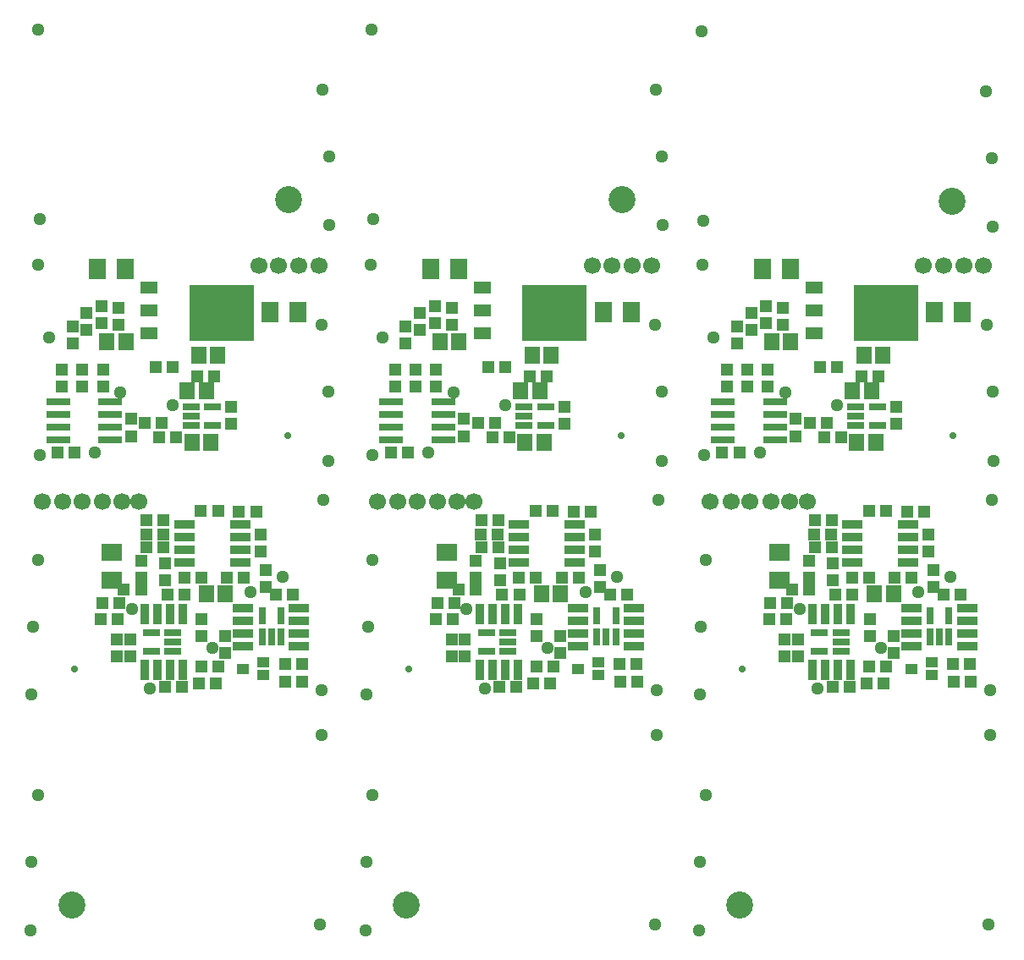
<source format=gbr>
G04 DipTrace 1.50*
%INmask.gbr*%
%MOIN*%
%ADD10C,0.0098*%
%ADD11C,0.0055*%
%ADD12C,0.003*%
%ADD13C,0.0118*%
%ADD14C,0.016*%
%ADD15C,0.0197*%
%ADD16C,0.0157*%
%ADD17C,0.008*%
%ADD18C,0.0039*%
%ADD19C,0.0591*%
%ADD20R,0.0413X0.0315*%
%ADD21R,0.0394X0.0433*%
%ADD22R,0.063X0.0709*%
%ADD23R,0.0433X0.0394*%
%ADD24R,0.0512X0.0591*%
%ADD25R,0.0748X0.0256*%
%ADD26R,0.0571X0.0197*%
%ADD27R,0.0197X0.0571*%
%ADD28R,0.0256X0.0748*%
%ADD29C,0.043*%
%ADD30C,0.0984*%
%ADD31R,0.0709X0.063*%
%ADD32C,0.0433*%
%ADD33R,0.0866X0.0236*%
%ADD34R,0.063X0.0394*%
%ADD35R,0.2441X0.2126*%
%ADD36C,0.0315*%
%ADD37C,0.015*%
%ADD38C,0.0276*%
%ADD39C,0.0787*%
%ADD40R,0.252X0.2205*%
%ADD41R,0.2362X0.2047*%
%ADD42R,0.0709X0.0472*%
%ADD43R,0.0551X0.0315*%
%ADD44R,0.0945X0.0315*%
%ADD45R,0.0787X0.0157*%
%ADD46C,0.0512*%
%ADD47C,0.0354*%
%ADD48R,0.0787X0.0709*%
%ADD49R,0.063X0.0551*%
%ADD50C,0.1063*%
%ADD51C,0.0906*%
%ADD52C,0.0509*%
%ADD53C,0.0351*%
%ADD54R,0.0335X0.0827*%
%ADD55R,0.0177X0.0669*%
%ADD56R,0.0276X0.065*%
%ADD57R,0.0118X0.0492*%
%ADD58R,0.065X0.0276*%
%ADD59R,0.0492X0.0118*%
%ADD60R,0.0827X0.0335*%
%ADD61R,0.0669X0.0177*%
%ADD62R,0.0591X0.0669*%
%ADD63R,0.0433X0.0512*%
%ADD64R,0.0512X0.0472*%
%ADD65R,0.0354X0.0315*%
%ADD66R,0.0709X0.0787*%
%ADD67R,0.0551X0.063*%
%ADD68R,0.0472X0.0512*%
%ADD69R,0.0315X0.0354*%
%ADD70R,0.0492X0.0394*%
%ADD71R,0.0335X0.0236*%
%ADD72C,0.0669*%
%ADD73C,0.0077*%
%FSLAX44Y44*%
%SFA1B1*%
%OFA0B0*%
G04*
G70*
G90*
G75*
G01*
%LNTopMask*%
%LPD*%
D72*
X5214Y21549D3*
D70*
X13925Y14705D3*
Y15217D3*
X13118Y14961D3*
D68*
X8700Y24129D3*
Y24798D3*
D66*
X8477Y30709D3*
X7374D3*
D68*
X8205Y28528D3*
Y29197D3*
D64*
X9662Y26835D3*
X10331D3*
D68*
X6946Y28311D3*
Y28981D3*
D64*
X9816Y24084D3*
X10485D3*
D68*
X12650Y25278D3*
Y24609D3*
D64*
X11296Y26484D3*
X11965D3*
X5806Y23474D3*
X6475D3*
X8425Y18091D3*
X9095D3*
X15068Y17871D3*
X14399D3*
D66*
X15272Y29000D3*
X14170D3*
D64*
X10806Y17891D3*
X10137D3*
D68*
X13802Y20255D3*
Y19586D3*
X12422Y15574D3*
Y16243D3*
X10042Y18446D3*
Y19115D3*
X9102Y18546D3*
Y19215D3*
X14002Y18186D3*
Y18855D3*
D64*
X12957Y21131D3*
X13627D3*
X12127Y21168D3*
X11457D3*
D62*
X12426Y17910D3*
X11678D3*
D64*
X10698Y14251D3*
X10029D3*
D68*
X8662Y15454D3*
Y16123D3*
D72*
X7589Y21549D3*
D38*
X6463Y14940D3*
D72*
X6776Y21549D3*
D62*
X8501Y27859D3*
X7753D3*
X11376Y27304D3*
X12124D3*
D60*
X13004Y19135D3*
Y19635D3*
Y20135D3*
Y20635D3*
X10799D3*
Y20135D3*
Y19635D3*
Y19135D3*
D58*
X10357Y15631D3*
Y16005D3*
Y16379D3*
X9511D3*
Y15631D3*
D56*
X13862Y16215D3*
X14236D3*
X14610D3*
Y17061D3*
X13862D3*
D54*
X9247Y14908D3*
X9747D3*
X10247D3*
X10747D3*
Y17113D3*
X10247D3*
X9747D3*
X9247D3*
D60*
X13119Y17346D3*
Y16846D3*
Y16346D3*
Y15846D3*
X15324D3*
Y16346D3*
Y16846D3*
Y17346D3*
D52*
X5033Y30874D3*
D50*
X6371Y5636D3*
D72*
X13737Y30831D3*
D52*
X16470Y25874D3*
X16220Y28500D3*
X5121Y32676D3*
X16519Y32440D3*
X5059Y40159D3*
D50*
X14908Y33439D3*
D52*
X16496Y35159D3*
X16246Y37786D3*
X16157Y4873D3*
X4759Y4636D3*
X16220Y12356D3*
X4782Y7356D3*
X5033Y9983D3*
D72*
X16099Y30831D3*
X15312D3*
X14525D3*
D52*
X8284Y25831D3*
X5469Y28016D3*
X7280Y23469D3*
X10332Y25339D3*
X5095Y23390D3*
X16493Y23154D3*
X4782Y13936D3*
X16282Y21623D3*
D38*
X14882Y24153D3*
D52*
X16219Y14123D3*
X4844Y16623D3*
X5032Y19248D3*
D68*
X6777Y26748D3*
Y26079D3*
X7597Y26748D3*
Y26079D3*
X5977Y26748D3*
Y26079D3*
D64*
X9246Y24654D3*
X9915D3*
D62*
X11674Y25914D3*
X10926D3*
X11096Y23864D3*
X11844D3*
D68*
X7536Y29237D3*
Y28567D3*
X6394Y28449D3*
Y27780D3*
D64*
X8246Y17531D3*
X7577D3*
D68*
X8142Y16115D3*
Y15446D3*
D64*
X15456Y14451D3*
X14787D3*
X8186Y16910D3*
X7517D3*
D68*
X11482Y16256D3*
Y16925D3*
D64*
X12146Y15031D3*
X11477D3*
X15436Y15141D3*
X14767D3*
X12477Y18551D3*
X13146D3*
X10797Y18531D3*
X11466D3*
D48*
X7942Y18449D3*
Y19552D3*
D64*
X9317Y19731D3*
X9986D3*
X9297Y20251D3*
X9966D3*
X9317Y20810D3*
X9986D3*
X12036Y14391D3*
X11367D3*
D72*
X9026Y21549D3*
D46*
X14672Y18582D3*
X13412Y17992D3*
X11922Y15791D3*
X9442Y14171D3*
X8727Y17303D3*
D72*
X8339Y21549D3*
D44*
X7874Y23984D3*
Y24484D3*
Y24984D3*
Y25484D3*
X5827D3*
Y24984D3*
Y24484D3*
Y23984D3*
D58*
X11065Y25283D3*
Y24909D3*
Y24535D3*
X11911D3*
Y25283D3*
D42*
X9407Y29965D3*
Y29066D3*
Y28166D3*
D40*
X12261Y28981D3*
D72*
X6026Y21549D3*
X18401D3*
D70*
X27113Y14705D3*
Y15217D3*
X26306Y14961D3*
D68*
X21825Y24129D3*
Y24798D3*
D66*
X21602Y30709D3*
X20499D3*
D68*
X21330Y28528D3*
Y29197D3*
D64*
X22787Y26835D3*
X23456D3*
D68*
X20070Y28311D3*
Y28981D3*
D64*
X22941Y24084D3*
X23610D3*
D68*
X25775Y25278D3*
Y24609D3*
D64*
X24421Y26484D3*
X25090D3*
X18931Y23474D3*
X19600D3*
X21613Y18091D3*
X22282D3*
X28256Y17871D3*
X27586D3*
D66*
X28397Y29000D3*
X27295D3*
D64*
X23994Y17891D3*
X23325D3*
D68*
X26989Y20255D3*
Y19586D3*
X25609Y15574D3*
Y16243D3*
X23229Y18446D3*
Y19115D3*
X22289Y18546D3*
Y19215D3*
X27189Y18186D3*
Y18855D3*
D64*
X26145Y21131D3*
X26814D3*
X25314Y21168D3*
X24645D3*
D62*
X25613Y17910D3*
X24865D3*
D64*
X23886Y14251D3*
X23216D3*
D68*
X21849Y15454D3*
Y16123D3*
D72*
X20776Y21549D3*
D38*
X19650Y14940D3*
D72*
X19964Y21549D3*
D62*
X21626Y27859D3*
X20878D3*
X24501Y27304D3*
X25249D3*
D60*
X26192Y19135D3*
Y19635D3*
Y20135D3*
Y20635D3*
X23987D3*
Y20135D3*
Y19635D3*
Y19135D3*
D58*
X23545Y15631D3*
Y16005D3*
Y16379D3*
X22698D3*
Y15631D3*
D56*
X27050Y16215D3*
X27424D3*
X27798D3*
Y17061D3*
X27050D3*
D54*
X22434Y14908D3*
X22934D3*
X23434D3*
X23934D3*
Y17113D3*
X23434D3*
X22934D3*
X22434D3*
D60*
X26307Y17346D3*
Y16846D3*
Y16346D3*
Y15846D3*
X28512D3*
Y16346D3*
Y16846D3*
Y17346D3*
D52*
X18158Y30874D3*
D50*
X19558Y5636D3*
D72*
X26862Y30831D3*
D52*
X29595Y25874D3*
X29344Y28500D3*
X18246Y32676D3*
X29644Y32440D3*
X18184Y40159D3*
D50*
X28033Y33439D3*
D52*
X29621Y35159D3*
X29371Y37786D3*
X29345Y4873D3*
X17947Y4636D3*
X29407Y12356D3*
X17970Y7356D3*
X18220Y9983D3*
D72*
X29224Y30831D3*
X28437D3*
X27649D3*
D52*
X21409Y25831D3*
X18594Y28016D3*
X20405Y23469D3*
X23457Y25339D3*
X18220Y23390D3*
X29618Y23154D3*
X17969Y13936D3*
X29469Y21623D3*
D38*
X28007Y24153D3*
D52*
X29407Y14123D3*
X18032Y16623D3*
X18219Y19248D3*
D68*
X19902Y26748D3*
Y26079D3*
X20722Y26748D3*
Y26079D3*
X19102Y26748D3*
Y26079D3*
D64*
X22371Y24654D3*
X23040D3*
D62*
X24799Y25914D3*
X24051D3*
X24221Y23864D3*
X24969D3*
D68*
X20661Y29237D3*
Y28567D3*
X19519Y28449D3*
Y27780D3*
D64*
X21434Y17531D3*
X20765D3*
D68*
X21329Y16115D3*
Y15446D3*
D64*
X28644Y14451D3*
X27975D3*
X21374Y16910D3*
X20705D3*
D68*
X24669Y16256D3*
Y16925D3*
D64*
X25334Y15031D3*
X24665D3*
X28624Y15141D3*
X27955D3*
X25665Y18551D3*
X26334D3*
X23985Y18531D3*
X24654D3*
D48*
X21129Y18449D3*
Y19552D3*
D64*
X22505Y19731D3*
X23174D3*
X22485Y20251D3*
X23154D3*
X22505Y20810D3*
X23174D3*
X25224Y14391D3*
X24555D3*
D72*
X22214Y21549D3*
D46*
X27859Y18582D3*
X26599Y17992D3*
X25109Y15791D3*
X22629Y14171D3*
X21914Y17303D3*
D72*
X21527Y21549D3*
D44*
X20999Y23984D3*
Y24484D3*
Y24984D3*
Y25484D3*
X18952D3*
Y24984D3*
Y24484D3*
Y23984D3*
D58*
X24190Y25283D3*
Y24909D3*
Y24535D3*
X25036D3*
Y25283D3*
D42*
X22531Y29965D3*
Y29066D3*
Y28166D3*
D40*
X25386Y28981D3*
D72*
X19214Y21549D3*
X31526D3*
D70*
X40238Y14705D3*
Y15217D3*
X39431Y14961D3*
D68*
X34888Y24129D3*
Y24798D3*
D66*
X34664Y30709D3*
X33562D3*
D68*
X34393Y28528D3*
Y29197D3*
D64*
X35850Y26835D3*
X36519D3*
D68*
X33133Y28311D3*
Y28981D3*
D64*
X36003Y24084D3*
X36672D3*
D68*
X38838Y25278D3*
Y24609D3*
D64*
X37483Y26484D3*
X38152D3*
X31993Y23474D3*
X32663D3*
X34738Y18091D3*
X35407D3*
X41381Y17871D3*
X40712D3*
D66*
X41460Y29000D3*
X40357D3*
D64*
X37119Y17891D3*
X36450D3*
D68*
X40114Y20255D3*
Y19586D3*
X38734Y15574D3*
Y16243D3*
X36354Y18446D3*
Y19115D3*
X35414Y18546D3*
Y19215D3*
X40314Y18186D3*
Y18855D3*
D64*
X39270Y21131D3*
X39939D3*
X38439Y21168D3*
X37770D3*
D62*
X38738Y17910D3*
X37990D3*
D64*
X37011Y14251D3*
X36341D3*
D68*
X34974Y15454D3*
Y16123D3*
D72*
X33901Y21549D3*
D38*
X32775Y14940D3*
D72*
X33089Y21549D3*
D62*
X34688Y27859D3*
X33940D3*
X37564Y27304D3*
X38312D3*
D60*
X39317Y19135D3*
Y19635D3*
Y20135D3*
Y20635D3*
X37112D3*
Y20135D3*
Y19635D3*
Y19135D3*
D58*
X36670Y15631D3*
Y16005D3*
Y16379D3*
X35823D3*
Y15631D3*
D56*
X40175Y16215D3*
X40549D3*
X40923D3*
Y17061D3*
X40175D3*
D54*
X35559Y14908D3*
X36059D3*
X36559D3*
X37059D3*
Y17113D3*
X36559D3*
X36059D3*
X35559D3*
D60*
X39432Y17346D3*
Y16846D3*
Y16346D3*
Y15846D3*
X41637D3*
Y16346D3*
Y16846D3*
Y17346D3*
D52*
X31220Y30874D3*
D50*
X32683Y5636D3*
D72*
X39925Y30831D3*
D52*
X42658Y25874D3*
X42407Y28500D3*
X31246Y32613D3*
X42644Y32377D3*
X31184Y40097D3*
D50*
X41033Y33376D3*
D52*
X42621Y35097D3*
X42371Y37723D3*
X42470Y4873D3*
X31072Y4636D3*
X42532Y12356D3*
X31094Y7356D3*
X31345Y9983D3*
D72*
X42287Y30831D3*
X41499D3*
X40712D3*
D52*
X34472Y25831D3*
X31657Y28016D3*
X33468Y23469D3*
X36519Y25339D3*
X31283Y23390D3*
X42680Y23154D3*
X31094Y13936D3*
X42594Y21623D3*
D38*
X41069Y24153D3*
D52*
X42532Y14123D3*
X31157Y16623D3*
X31344Y19248D3*
D68*
X32964Y26748D3*
Y26079D3*
X33784Y26748D3*
Y26079D3*
X32164Y26748D3*
Y26079D3*
D64*
X35433Y24654D3*
X36103D3*
D62*
X37862Y25914D3*
X37114D3*
X37284Y23864D3*
X38032D3*
D68*
X33724Y29237D3*
Y28567D3*
X32582Y28449D3*
Y27780D3*
D64*
X34559Y17531D3*
X33890D3*
D68*
X34454Y16115D3*
Y15446D3*
D64*
X41769Y14451D3*
X41100D3*
X34499Y16910D3*
X33830D3*
D68*
X37794Y16256D3*
Y16925D3*
D64*
X38459Y15031D3*
X37790D3*
X41749Y15141D3*
X41080D3*
X38790Y18551D3*
X39459D3*
X37110Y18531D3*
X37779D3*
D48*
X34254Y18449D3*
Y19552D3*
D64*
X35630Y19731D3*
X36299D3*
X35610Y20251D3*
X36279D3*
X35630Y20810D3*
X36299D3*
X38349Y14391D3*
X37680D3*
D72*
X35339Y21549D3*
D46*
X40984Y18582D3*
X39724Y17992D3*
X38234Y15791D3*
X35754Y14171D3*
X35039Y17303D3*
D72*
X34651Y21549D3*
D44*
X34061Y23984D3*
Y24484D3*
Y24984D3*
Y25484D3*
X32014D3*
Y24984D3*
Y24484D3*
Y23984D3*
D58*
X37252Y25283D3*
Y24909D3*
Y24535D3*
X38099D3*
Y25283D3*
D42*
X35594Y29965D3*
Y29066D3*
Y28166D3*
D40*
X38448Y28981D3*
D72*
X32339Y21549D3*
M02*

</source>
